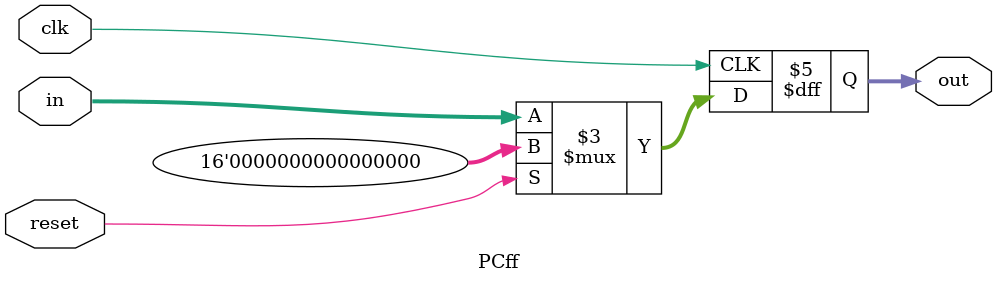
<source format=v>
`timescale 1ns / 1ps


module PCff(
    input clk, reset,
    input [15:0] in,
    output reg [15:0] out
    );
    
    always @(posedge clk) begin
    #5
        if(reset) begin
            out <= 0;
        end else begin 
            out <= in;
        end
    end
endmodule

</source>
